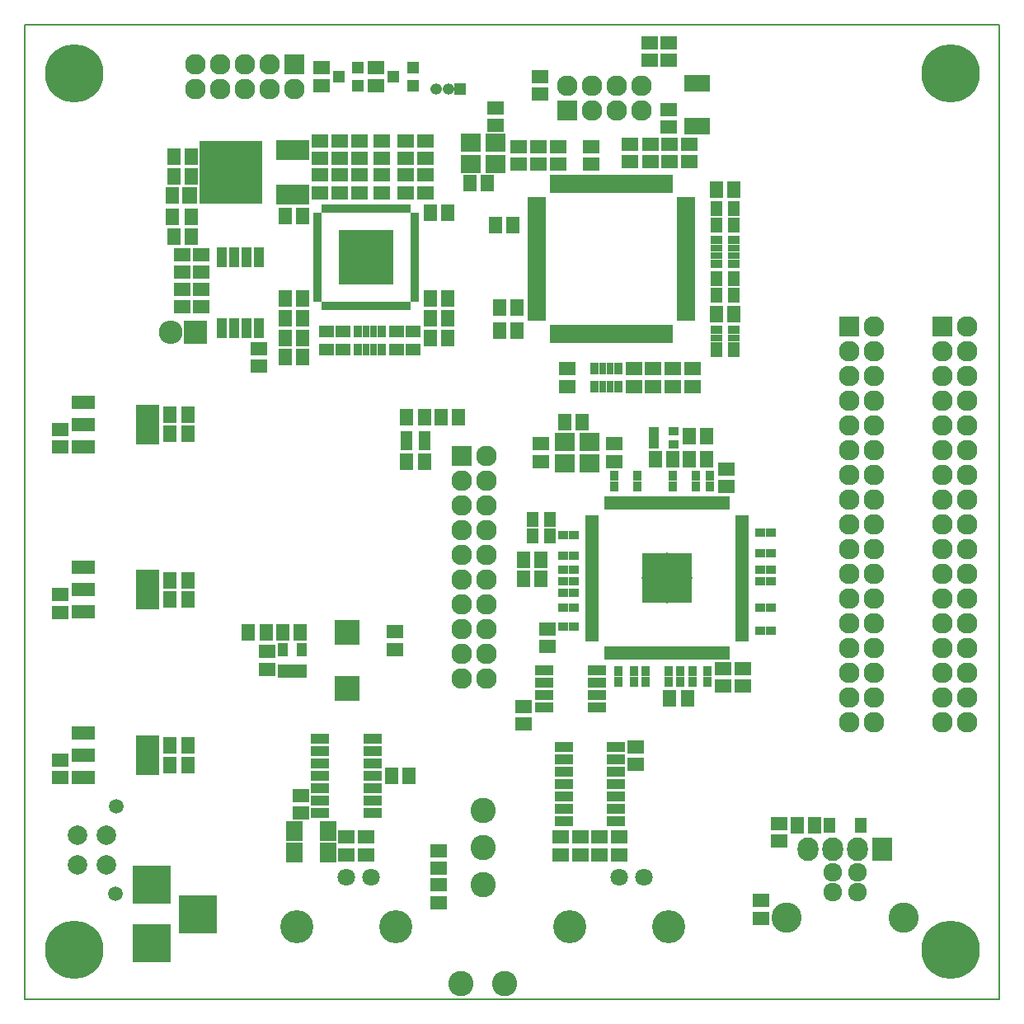
<source format=gbr>
G04 #@! TF.FileFunction,Soldermask,Top*
%FSLAX46Y46*%
G04 Gerber Fmt 4.6, Leading zero omitted, Abs format (unit mm)*
G04 Created by KiCad (PCBNEW 4.0.2-stable) date Montag, 04. Dezember 2017 'u31' 15:31:44*
%MOMM*%
G01*
G04 APERTURE LIST*
%ADD10C,0.100000*%
%ADD11C,0.150000*%
%ADD12R,1.900000X0.700000*%
%ADD13R,0.700000X1.900000*%
%ADD14C,6.000000*%
%ADD15R,1.700000X1.400000*%
%ADD16R,1.400000X1.700000*%
%ADD17R,1.700480X2.099260*%
%ADD18R,2.432000X4.057600*%
%ADD19R,2.432000X1.416000*%
%ADD20C,2.600000*%
%ADD21R,3.900120X3.900120*%
%ADD22R,2.127200X2.127200*%
%ADD23O,2.127200X2.127200*%
%ADD24C,1.800000*%
%ADD25C,3.400000*%
%ADD26R,5.650000X5.650000*%
%ADD27R,0.700000X0.950000*%
%ADD28R,0.950000X0.700000*%
%ADD29R,1.050000X2.100000*%
%ADD30R,1.598880X1.799540*%
%ADD31R,1.400760X1.799540*%
%ADD32R,2.432000X2.432000*%
%ADD33O,2.432000X2.432000*%
%ADD34R,3.448000X2.051000*%
%ADD35R,6.496000X6.496000*%
%ADD36R,0.900000X1.200000*%
%ADD37R,0.800000X1.200000*%
%ADD38R,0.700000X1.800000*%
%ADD39R,1.900000X1.000000*%
%ADD40R,2.127200X2.432000*%
%ADD41O,2.127200X2.432000*%
%ADD42R,1.000000X0.900000*%
%ADD43R,0.900000X1.000000*%
%ADD44R,1.310000X1.620000*%
%ADD45R,1.400000X0.630000*%
%ADD46R,0.630000X1.400000*%
%ADD47R,5.200000X5.200000*%
%ADD48O,5.200000X5.200000*%
%ADD49R,1.950000X1.000000*%
%ADD50C,1.924000*%
%ADD51C,3.100020*%
%ADD52R,1.200000X0.900000*%
%ADD53R,1.200000X0.800000*%
%ADD54R,1.060400X0.806400*%
%ADD55R,1.050000X1.460000*%
%ADD56R,2.600000X2.600000*%
%ADD57R,1.200100X1.200100*%
%ADD58R,1.200000X1.200000*%
%ADD59O,1.200000X1.200000*%
%ADD60R,2.100000X1.900000*%
%ADD61C,1.500000*%
%ADD62C,2.000000*%
%ADD63R,1.149300X0.798780*%
G04 APERTURE END LIST*
D10*
D11*
X100000000Y-150000000D02*
X100000000Y-50000000D01*
X200000000Y-150000000D02*
X100000000Y-150000000D01*
X200000000Y-50000000D02*
X200000000Y-150000000D01*
X100000000Y-50000000D02*
X200000000Y-50000000D01*
D12*
X152500000Y-68000000D03*
X152500000Y-68500000D03*
X152500000Y-69000000D03*
X152500000Y-69500000D03*
X152500000Y-70000000D03*
X152500000Y-70500000D03*
X152500000Y-71000000D03*
X152500000Y-71500000D03*
X152500000Y-72000000D03*
X152500000Y-72500000D03*
X152500000Y-73000000D03*
X152500000Y-73500000D03*
X152500000Y-74000000D03*
X152500000Y-74500000D03*
X152500000Y-75000000D03*
X152500000Y-75500000D03*
X152500000Y-76000000D03*
X152500000Y-76500000D03*
X152500000Y-77000000D03*
X152500000Y-77500000D03*
X152500000Y-78000000D03*
X152500000Y-78500000D03*
X152500000Y-79000000D03*
X152500000Y-79500000D03*
X152500000Y-80000000D03*
D13*
X154200000Y-81700000D03*
X154700000Y-81700000D03*
X155200000Y-81700000D03*
X155700000Y-81700000D03*
X156200000Y-81700000D03*
X156700000Y-81700000D03*
X157200000Y-81700000D03*
X157700000Y-81700000D03*
X158200000Y-81700000D03*
X158700000Y-81700000D03*
X159200000Y-81700000D03*
X159700000Y-81700000D03*
X160200000Y-81700000D03*
X160700000Y-81700000D03*
X161200000Y-81700000D03*
X161700000Y-81700000D03*
X162200000Y-81700000D03*
X162700000Y-81700000D03*
X163200000Y-81700000D03*
X163700000Y-81700000D03*
X164200000Y-81700000D03*
X164700000Y-81700000D03*
X165200000Y-81700000D03*
X165700000Y-81700000D03*
X166200000Y-81700000D03*
D12*
X167900000Y-80000000D03*
X167900000Y-79500000D03*
X167900000Y-79000000D03*
X167900000Y-78500000D03*
X167900000Y-78000000D03*
X167900000Y-77500000D03*
X167900000Y-77000000D03*
X167900000Y-76500000D03*
X167900000Y-76000000D03*
X167900000Y-75500000D03*
X167900000Y-75000000D03*
X167900000Y-74500000D03*
X167900000Y-74000000D03*
X167900000Y-73500000D03*
X167900000Y-73000000D03*
X167900000Y-72500000D03*
X167900000Y-72000000D03*
X167900000Y-71500000D03*
X167900000Y-71000000D03*
X167900000Y-70500000D03*
X167900000Y-70000000D03*
X167900000Y-69500000D03*
X167900000Y-69000000D03*
X167900000Y-68500000D03*
X167900000Y-68000000D03*
D13*
X166200000Y-66300000D03*
X165700000Y-66300000D03*
X165200000Y-66300000D03*
X164700000Y-66300000D03*
X164200000Y-66300000D03*
X163700000Y-66300000D03*
X163200000Y-66300000D03*
X162700000Y-66300000D03*
X162200000Y-66300000D03*
X161700000Y-66300000D03*
X161200000Y-66300000D03*
X160700000Y-66300000D03*
X160200000Y-66300000D03*
X159700000Y-66300000D03*
X159200000Y-66300000D03*
X158700000Y-66300000D03*
X158200000Y-66300000D03*
X157700000Y-66300000D03*
X157200000Y-66300000D03*
X156700000Y-66300000D03*
X156200000Y-66300000D03*
X155700000Y-66300000D03*
X155200000Y-66300000D03*
X154700000Y-66300000D03*
X154200000Y-66300000D03*
D14*
X105000000Y-55000000D03*
X195000000Y-55000000D03*
X195000000Y-145000000D03*
X105000000Y-145000000D03*
D15*
X103600000Y-127300000D03*
X103600000Y-125500000D03*
D16*
X114900000Y-126000000D03*
X116700000Y-126000000D03*
X114900000Y-109000000D03*
X116700000Y-109000000D03*
D15*
X128300000Y-130900000D03*
X128300000Y-129100000D03*
D16*
X150100000Y-70500000D03*
X148300000Y-70500000D03*
X150500000Y-79000000D03*
X148700000Y-79000000D03*
X150500000Y-81400000D03*
X148700000Y-81400000D03*
D15*
X166500000Y-85300000D03*
X166500000Y-87100000D03*
X168500000Y-85300000D03*
X168500000Y-87100000D03*
D16*
X171000000Y-79700000D03*
X172800000Y-79700000D03*
X171000000Y-66900000D03*
X172800000Y-66900000D03*
D15*
X164200000Y-64000000D03*
X164200000Y-62200000D03*
X158100000Y-64300000D03*
X158100000Y-62500000D03*
X152700000Y-64300000D03*
X152700000Y-62500000D03*
D17*
X127649940Y-135000000D03*
X131150060Y-135000000D03*
X131150060Y-132800000D03*
X127649940Y-132800000D03*
D18*
X112602000Y-125000000D03*
D19*
X105998000Y-125000000D03*
X105998000Y-127286000D03*
X105998000Y-122714000D03*
D18*
X112602000Y-108000000D03*
D19*
X105998000Y-108000000D03*
X105998000Y-110286000D03*
X105998000Y-105714000D03*
D15*
X152900000Y-57100000D03*
X152900000Y-55300000D03*
X155700000Y-85300000D03*
X155700000Y-87100000D03*
X142500000Y-140100000D03*
X142500000Y-138300000D03*
X142500000Y-134800000D03*
X142500000Y-136600000D03*
X133000000Y-133400000D03*
X133000000Y-135200000D03*
D16*
X139400000Y-127100000D03*
X137600000Y-127100000D03*
D15*
X135000000Y-135200000D03*
X135000000Y-133400000D03*
D20*
X147000000Y-138240000D03*
X147000000Y-134430000D03*
X147000000Y-130620000D03*
X144775000Y-148400000D03*
X149225000Y-148400000D03*
D21*
X113000000Y-138299860D03*
X113000000Y-144299340D03*
X117699000Y-141299600D03*
D22*
X155660000Y-58800000D03*
D23*
X155660000Y-56260000D03*
X158200000Y-58800000D03*
X158200000Y-56260000D03*
X160740000Y-58800000D03*
X160740000Y-56260000D03*
X163280000Y-58800000D03*
X163280000Y-56260000D03*
D24*
X133000000Y-137550000D03*
X135540000Y-137550000D03*
D25*
X127920000Y-142630000D03*
X138080000Y-142630000D03*
D15*
X136632062Y-65394668D03*
X136632062Y-67194668D03*
X132300000Y-67200000D03*
X132300000Y-65400000D03*
X134300000Y-67200000D03*
X134300000Y-65400000D03*
X134300000Y-63700000D03*
X134300000Y-61900000D03*
X124000000Y-83200000D03*
X124000000Y-85000000D03*
D16*
X117100000Y-71700000D03*
X115300000Y-71700000D03*
X128500000Y-69600000D03*
X126700000Y-69600000D03*
X128500000Y-78100000D03*
X126700000Y-78100000D03*
X141600000Y-80100000D03*
X143400000Y-80100000D03*
X141600000Y-69305332D03*
X143400000Y-69305332D03*
D15*
X141100000Y-67200000D03*
X141100000Y-65400000D03*
X130300000Y-67200000D03*
X130300000Y-65400000D03*
D16*
X128500000Y-82100000D03*
X126700000Y-82100000D03*
X141600000Y-78100000D03*
X143400000Y-78100000D03*
D15*
X141100000Y-61900000D03*
X141100000Y-63700000D03*
X139100000Y-61900000D03*
X139100000Y-63700000D03*
D26*
X135000000Y-73850000D03*
D27*
X139250000Y-68850000D03*
X138750000Y-68850000D03*
X138250000Y-68850000D03*
X137750000Y-68850000D03*
X137250000Y-68850000D03*
X136750000Y-68850000D03*
X136250000Y-68850000D03*
X135750000Y-68850000D03*
X135250000Y-68850000D03*
X134750000Y-68850000D03*
X134250000Y-68850000D03*
X133750000Y-68850000D03*
X133250000Y-68850000D03*
X132750000Y-68850000D03*
X132250000Y-68850000D03*
X131750000Y-68850000D03*
X131250000Y-68850000D03*
X130750000Y-68850000D03*
D28*
X130000000Y-69600000D03*
X130000000Y-70100000D03*
X130000000Y-70600000D03*
X130000000Y-71100000D03*
X130000000Y-71600000D03*
X130000000Y-72100000D03*
X130000000Y-72600000D03*
X130000000Y-73100000D03*
X130000000Y-73600000D03*
X130000000Y-74100000D03*
X130000000Y-74600000D03*
X130000000Y-75100000D03*
X130000000Y-75600000D03*
X130000000Y-76100000D03*
X130000000Y-76600000D03*
X130000000Y-77100000D03*
X130000000Y-77600000D03*
X130000000Y-78100000D03*
D27*
X130750000Y-78850000D03*
X131250000Y-78850000D03*
X131750000Y-78850000D03*
X132250000Y-78850000D03*
X132750000Y-78850000D03*
X133250000Y-78850000D03*
X133750000Y-78850000D03*
X134250000Y-78850000D03*
X134750000Y-78850000D03*
X135250000Y-78850000D03*
X135750000Y-78850000D03*
X136250000Y-78850000D03*
X136750000Y-78850000D03*
X137250000Y-78850000D03*
X137750000Y-78850000D03*
X138250000Y-78850000D03*
X138750000Y-78850000D03*
X139250000Y-78850000D03*
D28*
X140000000Y-78100000D03*
X140000000Y-77600000D03*
X140000000Y-77100000D03*
X140000000Y-76600000D03*
X140000000Y-76100000D03*
X140000000Y-75600000D03*
X140000000Y-75100000D03*
X140000000Y-74600000D03*
X140000000Y-74100000D03*
X140000000Y-73600000D03*
X140000000Y-73100000D03*
X140000000Y-72600000D03*
X140000000Y-72100000D03*
X140000000Y-71600000D03*
X140000000Y-71100000D03*
X140000000Y-70600000D03*
X140000000Y-70100000D03*
X140000000Y-69600000D03*
D29*
X124005000Y-73850000D03*
X122735000Y-73850000D03*
X121465000Y-73850000D03*
X120195000Y-73850000D03*
X120195000Y-81150000D03*
X121465000Y-81150000D03*
X122735000Y-81150000D03*
X124005000Y-81150000D03*
D30*
X116869620Y-67500180D03*
D31*
X115150040Y-67500180D03*
X115150040Y-69699820D03*
X117049960Y-69699820D03*
D32*
X117467938Y-81505332D03*
D33*
X114927938Y-81505332D03*
D34*
X127500000Y-67386000D03*
D35*
X121150000Y-65100000D03*
D34*
X127500000Y-62814000D03*
D15*
X130300000Y-63700000D03*
X130300000Y-61900000D03*
X132300000Y-63700000D03*
X132300000Y-61900000D03*
D16*
X128500000Y-84100000D03*
X126700000Y-84100000D03*
D15*
X116100000Y-78900000D03*
X116100000Y-77100000D03*
X118100000Y-78900000D03*
X118100000Y-77100000D03*
X116100000Y-75400000D03*
X116100000Y-73600000D03*
X118100000Y-75400000D03*
X118100000Y-73600000D03*
D16*
X117100000Y-63500000D03*
X115300000Y-63500000D03*
X115300000Y-65500000D03*
X117100000Y-65500000D03*
D15*
X139100000Y-65400000D03*
X139100000Y-67200000D03*
X136632062Y-63694668D03*
X136632062Y-61894668D03*
D36*
X136600000Y-81500000D03*
D37*
X135000000Y-81500000D03*
X135800000Y-81500000D03*
D36*
X134200000Y-81500000D03*
D37*
X135800000Y-83300000D03*
D36*
X136600000Y-83300000D03*
D37*
X135000000Y-83300000D03*
D36*
X134200000Y-83300000D03*
X133000000Y-81500000D03*
D37*
X131400000Y-81500000D03*
X132200000Y-81500000D03*
D36*
X130600000Y-81500000D03*
D37*
X132200000Y-83300000D03*
D36*
X133000000Y-83300000D03*
D37*
X131400000Y-83300000D03*
D36*
X130600000Y-83300000D03*
D16*
X128500000Y-80100000D03*
X126700000Y-80100000D03*
X141600000Y-82100000D03*
X143400000Y-82100000D03*
D15*
X103600000Y-110300000D03*
X103600000Y-108500000D03*
D16*
X114900000Y-107000000D03*
X116700000Y-107000000D03*
X114900000Y-124000000D03*
X116700000Y-124000000D03*
D22*
X127660000Y-54000000D03*
D23*
X127660000Y-56540000D03*
X125120000Y-54000000D03*
X125120000Y-56540000D03*
X122580000Y-54000000D03*
X122580000Y-56540000D03*
X120040000Y-54000000D03*
X120040000Y-56540000D03*
X117500000Y-54000000D03*
X117500000Y-56540000D03*
D15*
X166200000Y-62200000D03*
X166200000Y-64000000D03*
X168200000Y-62200000D03*
X168200000Y-64000000D03*
D38*
X168000000Y-60400000D03*
X168500000Y-60400000D03*
X169000000Y-60400000D03*
X169500000Y-60400000D03*
X170000000Y-60400000D03*
X170000000Y-56000000D03*
X169500000Y-56000000D03*
X169000000Y-56000000D03*
X168500000Y-56000000D03*
X168000000Y-56000000D03*
D15*
X166100000Y-60500000D03*
X166100000Y-58700000D03*
X162100000Y-64000000D03*
X162100000Y-62200000D03*
X162700000Y-124100000D03*
X162700000Y-125900000D03*
X161000000Y-135200000D03*
X161000000Y-133400000D03*
X159000000Y-135200000D03*
X159000000Y-133400000D03*
X157000000Y-135200000D03*
X157000000Y-133400000D03*
X155000000Y-135200000D03*
X155000000Y-133400000D03*
D24*
X161000000Y-137550000D03*
X163540000Y-137550000D03*
D25*
X155920000Y-142630000D03*
X166080000Y-142630000D03*
D39*
X135700000Y-130910000D03*
X135700000Y-129640000D03*
X135700000Y-128370000D03*
X135700000Y-127100000D03*
X135700000Y-125830000D03*
X135700000Y-124560000D03*
X135700000Y-123290000D03*
X130300000Y-123290000D03*
X130300000Y-124560000D03*
X130300000Y-125830000D03*
X130300000Y-127100000D03*
X130300000Y-128370000D03*
X130300000Y-129640000D03*
X130300000Y-130910000D03*
X155300000Y-124090000D03*
X155300000Y-125360000D03*
X155300000Y-126630000D03*
X155300000Y-127900000D03*
X155300000Y-129170000D03*
X155300000Y-130440000D03*
X155300000Y-131710000D03*
X160700000Y-131710000D03*
X160700000Y-130440000D03*
X160700000Y-129170000D03*
X160700000Y-127900000D03*
X160700000Y-126630000D03*
X160700000Y-125360000D03*
X160700000Y-124090000D03*
D22*
X184600000Y-80950000D03*
D23*
X187140000Y-80950000D03*
X184600000Y-83490000D03*
X187140000Y-83490000D03*
X184600000Y-86030000D03*
X187140000Y-86030000D03*
X184600000Y-88570000D03*
X187140000Y-88570000D03*
X184600000Y-91110000D03*
X187140000Y-91110000D03*
X184600000Y-93650000D03*
X187140000Y-93650000D03*
X184600000Y-96190000D03*
X187140000Y-96190000D03*
X184600000Y-98730000D03*
X187140000Y-98730000D03*
X184600000Y-101270000D03*
X187140000Y-101270000D03*
X184600000Y-103810000D03*
X187140000Y-103810000D03*
X184600000Y-106350000D03*
X187140000Y-106350000D03*
X184600000Y-108890000D03*
X187140000Y-108890000D03*
X184600000Y-111430000D03*
X187140000Y-111430000D03*
X184600000Y-113970000D03*
X187140000Y-113970000D03*
X184600000Y-116510000D03*
X187140000Y-116510000D03*
X184600000Y-119050000D03*
X187140000Y-119050000D03*
X184600000Y-121590000D03*
X187140000Y-121590000D03*
D22*
X194160000Y-80950000D03*
D23*
X196700000Y-80950000D03*
X194160000Y-83490000D03*
X196700000Y-83490000D03*
X194160000Y-86030000D03*
X196700000Y-86030000D03*
X194160000Y-88570000D03*
X196700000Y-88570000D03*
X194160000Y-91110000D03*
X196700000Y-91110000D03*
X194160000Y-93650000D03*
X196700000Y-93650000D03*
X194160000Y-96190000D03*
X196700000Y-96190000D03*
X194160000Y-98730000D03*
X196700000Y-98730000D03*
X194160000Y-101270000D03*
X196700000Y-101270000D03*
X194160000Y-103810000D03*
X196700000Y-103810000D03*
X194160000Y-106350000D03*
X196700000Y-106350000D03*
X194160000Y-108890000D03*
X196700000Y-108890000D03*
X194160000Y-111430000D03*
X196700000Y-111430000D03*
X194160000Y-113970000D03*
X196700000Y-113970000D03*
X194160000Y-116510000D03*
X196700000Y-116510000D03*
X194160000Y-119050000D03*
X196700000Y-119050000D03*
X194160000Y-121590000D03*
X196700000Y-121590000D03*
D22*
X144860000Y-94280000D03*
D23*
X147400000Y-94280000D03*
X144860000Y-96820000D03*
X147400000Y-96820000D03*
X144860000Y-99360000D03*
X147400000Y-99360000D03*
X144860000Y-101900000D03*
X147400000Y-101900000D03*
X144860000Y-104440000D03*
X147400000Y-104440000D03*
X144860000Y-106980000D03*
X147400000Y-106980000D03*
X144860000Y-109520000D03*
X147400000Y-109520000D03*
X144860000Y-112060000D03*
X147400000Y-112060000D03*
X144860000Y-114600000D03*
X147400000Y-114600000D03*
X144860000Y-117140000D03*
X147400000Y-117140000D03*
D40*
X188040000Y-134600000D03*
D41*
X185500000Y-134600000D03*
X182960000Y-134600000D03*
X180420000Y-134600000D03*
D16*
X168200000Y-94600000D03*
X170000000Y-94600000D03*
D42*
X156350000Y-105900000D03*
X155250000Y-105900000D03*
D16*
X181100000Y-132200000D03*
X179300000Y-132200000D03*
D15*
X175600000Y-141700000D03*
X175600000Y-139900000D03*
X151200000Y-120000000D03*
X151200000Y-121800000D03*
D42*
X156350000Y-104500000D03*
X155250000Y-104500000D03*
X156350000Y-107100000D03*
X155250000Y-107100000D03*
X156350000Y-109800000D03*
X155250000Y-109800000D03*
D43*
X160900000Y-116350000D03*
X160900000Y-117450000D03*
X162500000Y-116350000D03*
X162500000Y-117450000D03*
X166100000Y-116350000D03*
X166100000Y-117450000D03*
X168500000Y-116350000D03*
X168500000Y-117450000D03*
X170100000Y-116350000D03*
X170100000Y-117450000D03*
D42*
X175450000Y-109800000D03*
X176550000Y-109800000D03*
X175450000Y-107100000D03*
X176550000Y-107100000D03*
X175450000Y-104200000D03*
X176550000Y-104200000D03*
D43*
X170300000Y-97350000D03*
X170300000Y-96250000D03*
X162900000Y-97350000D03*
X162900000Y-96250000D03*
D42*
X156350000Y-102400000D03*
X155250000Y-102400000D03*
X156350000Y-108300000D03*
X155250000Y-108300000D03*
X156350000Y-111800000D03*
X155250000Y-111800000D03*
D43*
X163700000Y-116350000D03*
X163700000Y-117450000D03*
X167300000Y-116350000D03*
X167300000Y-117450000D03*
D42*
X175450000Y-112200000D03*
X176550000Y-112200000D03*
X175450000Y-105900000D03*
X176550000Y-105900000D03*
X175450000Y-102100000D03*
X176550000Y-102100000D03*
D43*
X168900000Y-97350000D03*
X168900000Y-96250000D03*
X166500000Y-97350000D03*
X166500000Y-96250000D03*
D44*
X182565000Y-132200000D03*
X185835000Y-132200000D03*
D45*
X158200000Y-100600000D03*
X158200000Y-101000000D03*
X158200000Y-101400000D03*
X158200000Y-101800000D03*
X158200000Y-102200000D03*
X158200000Y-102600000D03*
X158200000Y-103000000D03*
X158200000Y-103400000D03*
X158200000Y-103800000D03*
X158200000Y-104200000D03*
X158200000Y-104600000D03*
X158200000Y-105000000D03*
X158200000Y-105400000D03*
X158200000Y-105800000D03*
X158200000Y-106200000D03*
X158200000Y-106600000D03*
X158200000Y-107000000D03*
X158200000Y-107400000D03*
X158200000Y-107800000D03*
X158200000Y-108200000D03*
X158200000Y-108600000D03*
X158200000Y-109000000D03*
X158200000Y-109400000D03*
X158200000Y-109800000D03*
X158200000Y-110200000D03*
X158200000Y-110600000D03*
X158200000Y-111000000D03*
X158200000Y-111400000D03*
X158200000Y-111800000D03*
X158200000Y-112200000D03*
X158200000Y-112600000D03*
X158200000Y-113000000D03*
D46*
X159700000Y-114500000D03*
X160100000Y-114500000D03*
X160500000Y-114500000D03*
X160900000Y-114500000D03*
X161300000Y-114500000D03*
X161700000Y-114500000D03*
X162100000Y-114500000D03*
X162500000Y-114500000D03*
X162900000Y-114500000D03*
X163300000Y-114500000D03*
X163700000Y-114500000D03*
X164100000Y-114500000D03*
X164500000Y-114500000D03*
X164900000Y-114500000D03*
X165300000Y-114500000D03*
X165700000Y-114500000D03*
X166100000Y-114500000D03*
X166500000Y-114500000D03*
X166900000Y-114500000D03*
X167300000Y-114500000D03*
X167700000Y-114500000D03*
X168100000Y-114500000D03*
X168500000Y-114500000D03*
X168900000Y-114500000D03*
X169300000Y-114500000D03*
X169700000Y-114500000D03*
X170100000Y-114500000D03*
X170500000Y-114500000D03*
X170900000Y-114500000D03*
X171300000Y-114500000D03*
X171700000Y-114500000D03*
X172100000Y-114500000D03*
D45*
X173600000Y-113000000D03*
X173600000Y-112600000D03*
X173600000Y-112200000D03*
X173600000Y-111800000D03*
X173600000Y-111400000D03*
X173600000Y-111000000D03*
X173600000Y-110600000D03*
X173600000Y-110200000D03*
X173600000Y-109800000D03*
X173600000Y-109400000D03*
X173600000Y-109000000D03*
X173600000Y-108600000D03*
X173600000Y-108200000D03*
X173600000Y-107800000D03*
X173600000Y-107400000D03*
X173600000Y-107000000D03*
X173600000Y-106600000D03*
X173600000Y-106200000D03*
X173600000Y-105800000D03*
X173600000Y-105400000D03*
X173600000Y-105000000D03*
X173600000Y-104600000D03*
X173600000Y-104200000D03*
X173600000Y-103800000D03*
X173600000Y-103400000D03*
X173600000Y-103000000D03*
X173600000Y-102600000D03*
X173600000Y-102200000D03*
X173600000Y-101800000D03*
X173600000Y-101400000D03*
X173600000Y-101000000D03*
X173600000Y-100600000D03*
D46*
X172100000Y-99100000D03*
X171700000Y-99100000D03*
X171300000Y-99100000D03*
X170900000Y-99100000D03*
X170500000Y-99100000D03*
X170100000Y-99100000D03*
X169700000Y-99100000D03*
X169300000Y-99100000D03*
X168900000Y-99100000D03*
X168500000Y-99100000D03*
X168100000Y-99100000D03*
X167700000Y-99100000D03*
X167300000Y-99100000D03*
X166900000Y-99100000D03*
X166500000Y-99100000D03*
X166100000Y-99100000D03*
X165700000Y-99100000D03*
X165300000Y-99100000D03*
X164900000Y-99100000D03*
X164500000Y-99100000D03*
X164100000Y-99100000D03*
X163700000Y-99100000D03*
X163300000Y-99100000D03*
X162900000Y-99100000D03*
X162500000Y-99100000D03*
X162100000Y-99100000D03*
X161700000Y-99100000D03*
X161300000Y-99100000D03*
X160900000Y-99100000D03*
X160500000Y-99100000D03*
X160100000Y-99100000D03*
X159700000Y-99100000D03*
D47*
X165900000Y-106800000D03*
D48*
X165900000Y-106800000D03*
D49*
X158700000Y-120105000D03*
X158700000Y-118835000D03*
X158700000Y-117565000D03*
X158700000Y-116295000D03*
X153300000Y-116295000D03*
X153300000Y-117565000D03*
X153300000Y-118835000D03*
X153300000Y-120105000D03*
D15*
X153000000Y-93000000D03*
X153000000Y-94800000D03*
X160500000Y-94800000D03*
X160500000Y-93000000D03*
X172000000Y-95600000D03*
X172000000Y-97400000D03*
D16*
X153000000Y-104900000D03*
X151200000Y-104900000D03*
X153000000Y-106900000D03*
X151200000Y-106900000D03*
D15*
X153600000Y-113800000D03*
X153600000Y-112000000D03*
D16*
X166200000Y-119100000D03*
X168000000Y-119100000D03*
D15*
X177400000Y-132000000D03*
X177400000Y-133800000D03*
D50*
X182960000Y-137000000D03*
X185500000Y-137000000D03*
X185500000Y-138998980D03*
X182960000Y-138998980D03*
D51*
X178230520Y-141699000D03*
X190229480Y-141699000D03*
D43*
X160500000Y-97350000D03*
X160500000Y-96250000D03*
D16*
X155400000Y-90800000D03*
X157200000Y-90800000D03*
D52*
X152100000Y-100400000D03*
D53*
X152100000Y-102000000D03*
X152100000Y-101200000D03*
D52*
X152100000Y-102800000D03*
D53*
X153900000Y-101200000D03*
D52*
X153900000Y-100400000D03*
D53*
X153900000Y-102000000D03*
D52*
X153900000Y-102800000D03*
D15*
X171700000Y-116100000D03*
X171700000Y-117900000D03*
X173700000Y-116100000D03*
X173700000Y-117900000D03*
D16*
X168200000Y-92200000D03*
X170000000Y-92200000D03*
X166500000Y-94600000D03*
X164700000Y-94600000D03*
D54*
X164584000Y-91739600D03*
X164584000Y-93060400D03*
X164584000Y-92400000D03*
X166616000Y-93060400D03*
X166616000Y-91739600D03*
D52*
X171000000Y-68500000D03*
D53*
X171000000Y-70100000D03*
X171000000Y-69300000D03*
D52*
X171000000Y-70900000D03*
D53*
X172800000Y-69300000D03*
D52*
X172800000Y-68500000D03*
D53*
X172800000Y-70100000D03*
D52*
X172800000Y-70900000D03*
X171000000Y-72100000D03*
D53*
X171000000Y-73700000D03*
X171000000Y-72900000D03*
D52*
X171000000Y-74500000D03*
D53*
X172800000Y-72900000D03*
D52*
X172800000Y-72100000D03*
D53*
X172800000Y-73700000D03*
D52*
X172800000Y-74500000D03*
X171000000Y-75700000D03*
D53*
X171000000Y-77300000D03*
X171000000Y-76500000D03*
D52*
X171000000Y-78100000D03*
D53*
X172800000Y-76500000D03*
D52*
X172800000Y-75700000D03*
D53*
X172800000Y-77300000D03*
D52*
X172800000Y-78100000D03*
X171000000Y-81300000D03*
D53*
X171000000Y-82900000D03*
X171000000Y-82100000D03*
D52*
X171000000Y-83700000D03*
D53*
X172800000Y-82100000D03*
D52*
X172800000Y-81300000D03*
D53*
X172800000Y-82900000D03*
D52*
X172800000Y-83700000D03*
D36*
X158500000Y-87100000D03*
D37*
X160100000Y-87100000D03*
X159300000Y-87100000D03*
D36*
X160900000Y-87100000D03*
D37*
X159300000Y-85300000D03*
D36*
X158500000Y-85300000D03*
D37*
X160100000Y-85300000D03*
D36*
X160900000Y-85300000D03*
D15*
X162500000Y-85300000D03*
X162500000Y-87100000D03*
X164500000Y-85300000D03*
X164500000Y-87100000D03*
X124839568Y-114333786D03*
X124839568Y-116133786D03*
X138000000Y-112300000D03*
X138000000Y-114100000D03*
D55*
X126489568Y-116333786D03*
X127439568Y-116333786D03*
X128389568Y-116333786D03*
X128389568Y-114133786D03*
X126489568Y-114133786D03*
D56*
X133039568Y-118133786D03*
X133039568Y-112333786D03*
D16*
X128239568Y-112333786D03*
X126439568Y-112333786D03*
X124739568Y-112333786D03*
X122939568Y-112333786D03*
D36*
X140200000Y-81500000D03*
D37*
X138600000Y-81500000D03*
X139400000Y-81500000D03*
D36*
X137800000Y-81500000D03*
D37*
X139400000Y-83300000D03*
D36*
X140200000Y-83300000D03*
D37*
X138600000Y-83300000D03*
D36*
X137800000Y-83300000D03*
D15*
X154700000Y-62500000D03*
X154700000Y-64300000D03*
D57*
X139800760Y-56250000D03*
X139800760Y-54350000D03*
X137801780Y-55300000D03*
X134200760Y-56250000D03*
X134200760Y-54350000D03*
X132201780Y-55300000D03*
D15*
X136000000Y-56200000D03*
X136000000Y-54400000D03*
X130400000Y-56200000D03*
X130400000Y-54400000D03*
D58*
X144700000Y-56600000D03*
D59*
X143450000Y-56600000D03*
X142200000Y-56600000D03*
D15*
X150700000Y-64300000D03*
X150700000Y-62500000D03*
X148300000Y-58500000D03*
X148300000Y-60300000D03*
D16*
X147500000Y-66200000D03*
X145700000Y-66200000D03*
D15*
X164100000Y-53600000D03*
X164100000Y-51800000D03*
X166100000Y-53600000D03*
X166100000Y-51800000D03*
X103600000Y-93300000D03*
X103600000Y-91500000D03*
D16*
X114900000Y-92000000D03*
X116700000Y-92000000D03*
X114900000Y-90000000D03*
X116700000Y-90000000D03*
D18*
X112602000Y-91000000D03*
D19*
X105998000Y-91000000D03*
X105998000Y-93286000D03*
X105998000Y-88714000D03*
D60*
X155430000Y-95000000D03*
X157970000Y-95000000D03*
X157970000Y-92800000D03*
X155430000Y-92800000D03*
X148270000Y-62075000D03*
X145730000Y-62075000D03*
X145730000Y-64275000D03*
X148270000Y-64275000D03*
D61*
X109360000Y-130200000D03*
D62*
X105360000Y-136200000D03*
X105360000Y-133200000D03*
X108360000Y-136200000D03*
X108360000Y-133200000D03*
D61*
X109300000Y-139200000D03*
D63*
X139150040Y-92049760D03*
X139150040Y-92700000D03*
X139150040Y-93350240D03*
X141049960Y-93350240D03*
X141049960Y-92700000D03*
X141049960Y-92049760D03*
D16*
X141000000Y-90300000D03*
X139200000Y-90300000D03*
X142700000Y-90300000D03*
X144500000Y-90300000D03*
X141000000Y-94800000D03*
X139200000Y-94800000D03*
M02*

</source>
